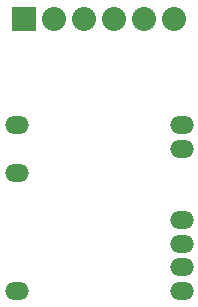
<source format=gbs>
G04 #@! TF.FileFunction,Soldermask,Bot*
%FSLAX46Y46*%
G04 Gerber Fmt 4.6, Leading zero omitted, Abs format (unit mm)*
G04 Created by KiCad (PCBNEW 4.0.5) date Sat Mar 11 22:07:51 2017*
%MOMM*%
%LPD*%
G01*
G04 APERTURE LIST*
%ADD10C,0.101600*%
%ADD11O,2.000000X1.500000*%
%ADD12O,2.032000X2.032000*%
%ADD13R,2.032000X2.032000*%
G04 APERTURE END LIST*
D10*
D11*
X45000000Y-36250000D03*
X45000000Y-40250000D03*
X45000000Y-50250000D03*
X59000000Y-50250000D03*
X59000000Y-48250000D03*
X59000000Y-46250000D03*
X59000000Y-44250000D03*
X59000000Y-38250000D03*
X59000000Y-36250000D03*
D12*
X58350000Y-27250000D03*
X55810000Y-27250000D03*
X53270000Y-27250000D03*
D13*
X45650000Y-27250000D03*
D12*
X48190000Y-27250000D03*
X50730000Y-27250000D03*
M02*

</source>
